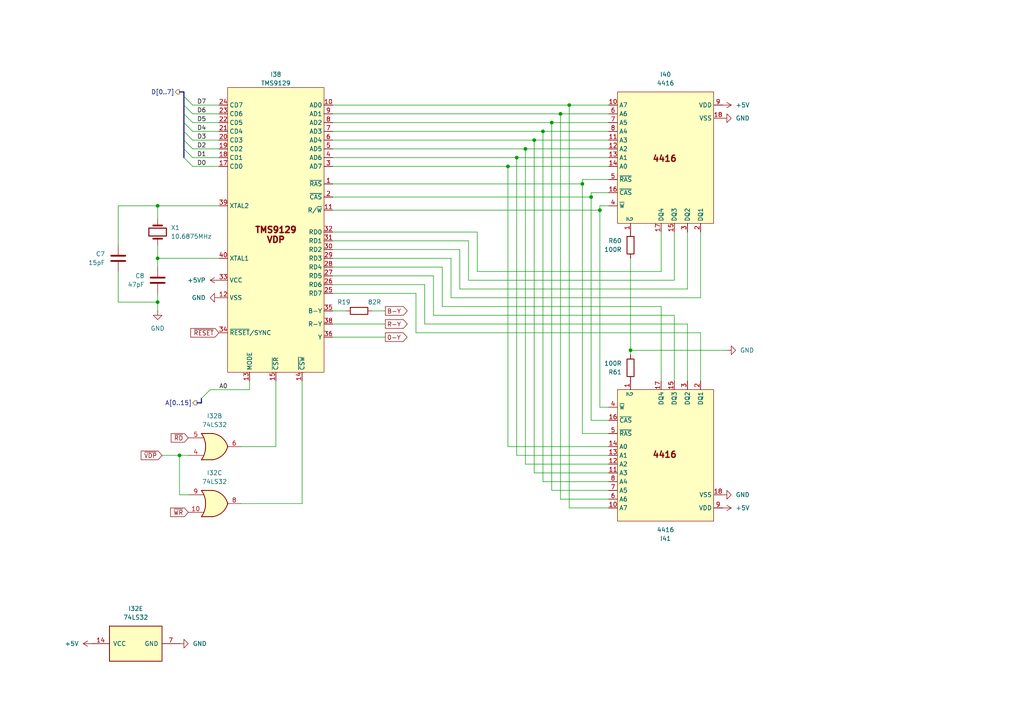
<source format=kicad_sch>
(kicad_sch (version 20250114) (generator "eeschema") (generator_version "9.0")
  (paper "A4")
  (lib_symbols
    (symbol "74xx:74LS32" (pin_names (offset 1.016))
      (property "Reference" "U" (at 0 1.27 0))
      (property "Value" "74LS32" (at 0 -1.27 0))
      (symbol "74LS32_1_1"
        (arc (start -3.81 3.81) (mid -2.589 0) (end -3.81 -3.81) (stroke (width 0.254)))
        (polyline (pts (xy -3.81 3.81) (xy -0.635 3.81)) (stroke (width 0.254)) (fill (type background)))
        (polyline (pts (xy -3.81 -3.81) (xy -0.635 -3.81)) (stroke (width 0.254)) (fill (type background)))
        (arc (start 3.81 0) (mid 2.1855 -2.584) (end -0.6096 -3.81) (stroke (width 0.254)) (fill (type background)))
        (arc (start -0.6096 3.81) (mid 2.1928 2.5924) (end 3.81 0) (stroke (width 0.254)) (fill (type background)))
        (polyline (pts (xy -0.635 3.81) (xy -3.81 3.81) (xy -3.81 3.81) (xy -3.556 3.4036) (xy -3.0226 2.2606) (xy -2.6924 1.0414) (xy -2.6162 -0.254) (xy -2.7686 -1.4986) (xy -3.175 -2.7178) (xy -3.81 -3.81) (xy -3.81 -3.81) (xy -0.635 -3.81)) (stroke (width -25.4)) (fill (type background)))
        (pin input line (at -7.62 2.54 0) (length 4.318) (name "~") (number "1"))
        (pin input line (at -7.62 -2.54 0) (length 4.318) (name "~") (number "2"))
        (pin output line (at 7.62 0 180) (length 3.81) (name "~") (number "3"))
      )
      (symbol "74LS32_1_2"
        (arc (start 0 3.81) (mid 3.7934 0) (end 0 -3.81) (stroke (width 0.254)) (fill (type background)))
        (polyline (pts (xy 0 3.81) (xy -3.81 3.81) (xy -3.81 -3.81) (xy 0 -3.81)) (stroke (width 0.254)) (fill (type background)))
        (pin input inverted (at -7.62 2.54 0) (length 3.81) (name "~") (number "1"))
        (pin input inverted (at -7.62 -2.54 0) (length 3.81) (name "~") (number "2"))
        (pin output inverted (at 7.62 0 180) (length 3.81) (name "~") (number "3"))
      )
      (symbol "74LS32_2_1"
        (arc (start -3.81 3.81) (mid -2.589 0) (end -3.81 -3.81) (stroke (width 0.254)))
        (polyline (pts (xy -3.81 3.81) (xy -0.635 3.81)) (stroke (width 0.254)) (fill (type background)))
        (polyline (pts (xy -3.81 -3.81) (xy -0.635 -3.81)) (stroke (width 0.254)) (fill (type background)))
        (arc (start 3.81 0) (mid 2.1855 -2.584) (end -0.6096 -3.81) (stroke (width 0.254)) (fill (type background)))
        (arc (start -0.6096 3.81) (mid 2.1928 2.5924) (end 3.81 0) (stroke (width 0.254)) (fill (type background)))
        (polyline (pts (xy -0.635 3.81) (xy -3.81 3.81) (xy -3.81 3.81) (xy -3.556 3.4036) (xy -3.0226 2.2606) (xy -2.6924 1.0414) (xy -2.6162 -0.254) (xy -2.7686 -1.4986) (xy -3.175 -2.7178) (xy -3.81 -3.81) (xy -3.81 -3.81) (xy -0.635 -3.81)) (stroke (width -25.4)) (fill (type background)))
        (pin input line (at -7.62 2.54 0) (length 4.318) (name "~") (number "4"))
        (pin input line (at -7.62 -2.54 0) (length 4.318) (name "~") (number "5"))
        (pin output line (at 7.62 0 180) (length 3.81) (name "~") (number "6"))
      )
      (symbol "74LS32_2_2"
        (arc (start 0 3.81) (mid 3.7934 0) (end 0 -3.81) (stroke (width 0.254)) (fill (type background)))
        (polyline (pts (xy 0 3.81) (xy -3.81 3.81) (xy -3.81 -3.81) (xy 0 -3.81)) (stroke (width 0.254)) (fill (type background)))
        (pin input inverted (at -7.62 2.54 0) (length 3.81) (name "~") (number "4"))
        (pin input inverted (at -7.62 -2.54 0) (length 3.81) (name "~") (number "5"))
        (pin output inverted (at 7.62 0 180) (length 3.81) (name "~") (number "6"))
      )
      (symbol "74LS32_3_1"
        (arc (start -3.81 3.81) (mid -2.589 0) (end -3.81 -3.81) (stroke (width 0.254)))
        (polyline (pts (xy -3.81 3.81) (xy -0.635 3.81)) (stroke (width 0.254)) (fill (type background)))
        (polyline (pts (xy -3.81 -3.81) (xy -0.635 -3.81)) (stroke (width 0.254)) (fill (type background)))
        (arc (start 3.81 0) (mid 2.1855 -2.584) (end -0.6096 -3.81) (stroke (width 0.254)) (fill (type background)))
        (arc (start -0.6096 3.81) (mid 2.1928 2.5924) (end 3.81 0) (stroke (width 0.254)) (fill (type background)))
        (polyline (pts (xy -0.635 3.81) (xy -3.81 3.81) (xy -3.81 3.81) (xy -3.556 3.4036) (xy -3.0226 2.2606) (xy -2.6924 1.0414) (xy -2.6162 -0.254) (xy -2.7686 -1.4986) (xy -3.175 -2.7178) (xy -3.81 -3.81) (xy -3.81 -3.81) (xy -0.635 -3.81)) (stroke (width -25.4)) (fill (type background)))
        (pin input line (at -7.62 2.54 0) (length 4.318) (name "~") (number "9"))
        (pin input line (at -7.62 -2.54 0) (length 4.318) (name "~") (number "10"))
        (pin output line (at 7.62 0 180) (length 3.81) (name "~") (number "8"))
      )
      (symbol "74LS32_3_2"
        (arc (start 0 3.81) (mid 3.7934 0) (end 0 -3.81) (stroke (width 0.254)) (fill (type background)))
        (polyline (pts (xy 0 3.81) (xy -3.81 3.81) (xy -3.81 -3.81) (xy 0 -3.81)) (stroke (width 0.254)) (fill (type background)))
        (pin input inverted (at -7.62 2.54 0) (length 3.81) (name "~") (number "9"))
        (pin input inverted (at -7.62 -2.54 0) (length 3.81) (name "~") (number "10"))
        (pin output inverted (at 7.62 0 180) (length 3.81) (name "~") (number "8"))
      )
      (symbol "74LS32_4_1"
        (arc (start -3.81 3.81) (mid -2.589 0) (end -3.81 -3.81) (stroke (width 0.254)))
        (polyline (pts (xy -3.81 3.81) (xy -0.635 3.81)) (stroke (width 0.254)) (fill (type background)))
        (polyline (pts (xy -3.81 -3.81) (xy -0.635 -3.81)) (stroke (width 0.254)) (fill (type background)))
        (arc (start 3.81 0) (mid 2.1855 -2.584) (end -0.6096 -3.81) (stroke (width 0.254)) (fill (type background)))
        (arc (start -0.6096 3.81) (mid 2.1928 2.5924) (end 3.81 0) (stroke (width 0.254)) (fill (type background)))
        (polyline (pts (xy -0.635 3.81) (xy -3.81 3.81) (xy -3.81 3.81) (xy -3.556 3.4036) (xy -3.0226 2.2606) (xy -2.6924 1.0414) (xy -2.6162 -0.254) (xy -2.7686 -1.4986) (xy -3.175 -2.7178) (xy -3.81 -3.81) (xy -3.81 -3.81) (xy -0.635 -3.81)) (stroke (width -25.4)) (fill (type background)))
        (pin input line (at -7.62 2.54 0) (length 4.318) (name "~") (number "12"))
        (pin input line (at -7.62 -2.54 0) (length 4.318) (name "~") (number "13"))
        (pin output line (at 7.62 0 180) (length 3.81) (name "~") (number "11"))
      )
      (symbol "74LS32_4_2"
        (arc (start 0 3.81) (mid 3.7934 0) (end 0 -3.81) (stroke (width 0.254)) (fill (type background)))
        (polyline (pts (xy 0 3.81) (xy -3.81 3.81) (xy -3.81 -3.81) (xy 0 -3.81)) (stroke (width 0.254)) (fill (type background)))
        (pin input inverted (at -7.62 2.54 0) (length 3.81) (name "~") (number "12"))
        (pin input inverted (at -7.62 -2.54 0) (length 3.81) (name "~") (number "13"))
        (pin output inverted (at 7.62 0 180) (length 3.81) (name "~") (number "11"))
      )
      (symbol "74LS32_5_0"
        (pin power_in line (at 0 12.7 270) (length 5.08) (name "VCC") (number "14"))
        (pin power_in line (at 0 -12.7 90) (length 5.08) (name "GND") (number "7"))
      )
      (symbol "74LS32_5_1"
        (rectangle (start -5.08 7.62) (end 5.08 -7.62) (stroke (width 0.254)) (fill (type background)))
      )
    )
    (symbol "Device:C" (pin_numbers (hide yes)) (pin_names (offset 0.254))
      (property "Reference" "C" (at 0.635 2.54 0))
      (property "Value" "C" (at 0.635 -2.54 0))
      (symbol "C_0_1"
        (polyline (pts (xy -2.032 0.762) (xy 2.032 0.762)) (stroke (width 0.508)))
        (polyline (pts (xy -2.032 -0.762) (xy 2.032 -0.762)) (stroke (width 0.508)))
      )
      (symbol "C_1_1"
        (pin passive line (at 0 3.81 270) (length 2.794) (name "~") (number "1"))
        (pin passive line (at 0 -3.81 90) (length 2.794) (name "~") (number "2"))
      )
    )
    (symbol "Device:Crystal" (pin_numbers (hide yes)) (pin_names (offset 1.016) (hide yes))
      (property "Reference" "Y" (at 0 3.81 0))
      (property "Value" "Crystal" (at 0 -3.81 0))
      (symbol "Crystal_0_1"
        (polyline (pts (xy -2.54 0) (xy -1.905 0)))
        (polyline (pts (xy -1.905 -1.27) (xy -1.905 1.27)) (stroke (width 0.508)))
        (rectangle (start -1.143 2.54) (end 1.143 -2.54) (stroke (width 0.3048)))
        (polyline (pts (xy 1.905 -1.27) (xy 1.905 1.27)) (stroke (width 0.508)))
        (polyline (pts (xy 2.54 0) (xy 1.905 0)))
      )
      (symbol "Crystal_1_1"
        (pin passive line (at -3.81 0 0) (length 1.27) (name "1") (number "1"))
        (pin passive line (at 3.81 0 180) (length 1.27) (name "2") (number "2"))
      )
    )
    (symbol "Device:R" (pin_numbers (hide yes)) (pin_names (offset 0))
      (property "Reference" "R" (at 2.032 0 90))
      (property "Value" "R" (at 0 0 90))
      (symbol "R_0_1"
        (rectangle (start -1.016 -2.54) (end 1.016 2.54) (stroke (width 0.254)))
      )
      (symbol "R_1_1"
        (pin passive line (at 0 3.81 270) (length 1.27) (name "~") (number "1"))
        (pin passive line (at 0 -3.81 90) (length 1.27) (name "~") (number "2"))
      )
    )
    (symbol "Einstein:4416"
      (property "Reference" "IO" (at 14.732 -22.098 0))
      (property "Value" "4416" (at 16.002 -24.384 0))
      (symbol "4416_0_0"
        (pin input line (at -16.51 15.24 0) (length 2.54) (name "A7") (number "10"))
        (pin input line (at -16.51 12.7 0) (length 2.54) (name "A6") (number "6"))
        (pin input line (at -16.51 10.16 0) (length 2.54) (name "A5") (number "7"))
        (pin input line (at -16.51 7.62 0) (length 2.54) (name "A4") (number "8"))
        (pin input line (at -16.51 5.08 0) (length 2.54) (name "A3") (number "11"))
        (pin input line (at -16.51 2.54 0) (length 2.54) (name "A2") (number "12"))
        (pin input line (at -16.51 0 0) (length 2.54) (name "A1") (number "13"))
        (pin input line (at -16.51 -2.54 0) (length 2.54) (name "A0") (number "14"))
        (pin input line (at -16.51 -6.35 0) (length 2.54) (name "~{RAS}") (number "5"))
        (pin input line (at -16.51 -10.16 0) (length 2.54) (name "~{CAS}") (number "16"))
        (pin input line (at -16.51 -13.97 0) (length 2.54) (name "~{W}") (number "4"))
        (pin input line (at -10.16 -21.59 90) (length 2.54) (name "~{G}") (number "1"))
        (pin bidirectional line (at -1.27 -21.59 90) (length 2.54) (name "DQ4") (number "17"))
        (pin bidirectional line (at 2.54 -21.59 90) (length 2.54) (name "DQ3") (number "15"))
        (pin bidirectional line (at 6.35 -21.59 90) (length 2.54) (name "DQ2") (number "3"))
        (pin bidirectional line (at 10.16 -21.59 90) (length 2.54) (name "DQ1") (number "2"))
        (pin power_in line (at 16.51 15.24 180) (length 2.54) (name "VDD") (number "9"))
        (pin power_in line (at 16.51 11.43 180) (length 2.54) (name "VSS") (number "18"))
      )
      (symbol "4416_1_1"
        (rectangle (start -13.97 19.05) (end 13.97 -19.05) (fill (type background)))
        (text "4416" (at -0.254 -0.254 0) (effects (font (size 1.778 1.778) (thickness 0.3556) (bold yes))))
      )
    )
    (symbol "Einstein:TMS9129"
      (property "Reference" "IC" (at -161.29 -20.574 0))
      (symbol "TMS9129_0_0"
        (pin power_in line (at -16.51 -19.05 0) (length 2.54) (name "VSS") (number "12"))
        (pin input line (at -16.51 -29.21 0) (length 2.54) (name "~{RESET}/SYNC") (number "34"))
        (pin output line (at 16.51 36.83 180) (length 2.54) (name "AD0") (number "10"))
        (pin output line (at 16.51 34.29 180) (length 2.54) (name "AD1") (number "9"))
        (pin output line (at 16.51 31.75 180) (length 2.54) (name "AD2") (number "8"))
        (pin output line (at 16.51 29.21 180) (length 2.54) (name "AD3") (number "7"))
        (pin output line (at 16.51 26.67 180) (length 2.54) (name "AD4") (number "6"))
        (pin output line (at 16.51 24.13 180) (length 2.54) (name "AD5") (number "5"))
        (pin output line (at 16.51 21.59 180) (length 2.54) (name "AD6") (number "4"))
        (pin output line (at 16.51 19.05 180) (length 2.54) (name "AD7") (number "3"))
        (pin output line (at 16.51 13.97 180) (length 2.54) (name "~{RAS}") (number "1"))
        (pin output line (at 16.51 10.16 180) (length 2.54) (name "~{CAS}") (number "2"))
        (pin output line (at 16.51 6.35 180) (length 2.54) (name "R/~{W}") (number "11"))
      )
      (symbol "TMS9129_1_0"
        (pin bidirectional line (at -16.51 36.83 0) (length 2.54) (name "CD7") (number "24"))
        (pin bidirectional line (at -16.51 34.29 0) (length 2.54) (name "CD6") (number "23"))
        (pin bidirectional line (at -16.51 31.75 0) (length 2.54) (name "CD5") (number "22"))
        (pin bidirectional line (at -16.51 29.21 0) (length 2.54) (name "CD4") (number "21"))
        (pin bidirectional line (at -16.51 26.67 0) (length 2.54) (name "CD3") (number "20"))
        (pin bidirectional line (at -16.51 24.13 0) (length 2.54) (name "CD2") (number "19"))
        (pin bidirectional line (at -16.51 21.59 0) (length 2.54) (name "CD1") (number "18"))
        (pin bidirectional line (at -16.51 19.05 0) (length 2.54) (name "CD0") (number "17"))
        (pin input line (at -16.51 7.62 0) (length 2.54) (name "XTAL2") (number "39"))
        (pin input line (at -16.51 -7.62 0) (length 2.54) (name "XTAL1") (number "40"))
        (pin power_in line (at -16.51 -13.97 0) (length 2.54) (name "VCC") (number "33"))
        (pin no_connect line (at -16.51 -21.59 0) (length 2.54) (hide yes) (name "~{INT}") (number "16"))
        (pin no_connect line (at -16.51 -24.13 0) (length 2.54) (hide yes) (name "GROMCLK") (number "37"))
        (pin input line (at -7.62 -43.18 90) (length 2.54) (name "MODE") (number "13"))
        (pin input line (at 0 -43.18 90) (length 2.54) (name "~{CSR}") (number "15"))
        (pin input line (at 7.62 -43.18 90) (length 2.54) (name "~{CSW}") (number "14"))
        (pin input line (at 16.51 0 180) (length 2.54) (name "RD0") (number "32"))
        (pin input line (at 16.51 -2.54 180) (length 2.54) (name "RD1") (number "31"))
        (pin input line (at 16.51 -5.08 180) (length 2.54) (name "RD2") (number "30"))
        (pin input line (at 16.51 -7.62 180) (length 2.54) (name "RD3") (number "29"))
        (pin input line (at 16.51 -10.16 180) (length 2.54) (name "RD4") (number "28"))
        (pin input line (at 16.51 -12.7 180) (length 2.54) (name "RD5") (number "27"))
        (pin input line (at 16.51 -15.24 180) (length 2.54) (name "RD6") (number "26"))
        (pin input line (at 16.51 -17.78 180) (length 2.54) (name "RD7") (number "25"))
        (pin bidirectional line (at 16.51 -22.86 180) (length 2.54) (name "B-Y") (number "35"))
        (pin output line (at 16.51 -26.67 180) (length 2.54) (name "R-Y") (number "38"))
        (pin output line (at 16.51 -30.48 180) (length 2.54) (name "Y") (number "36"))
      )
      (symbol "TMS9129_1_1"
        (rectangle (start -13.97 41.91) (end 13.97 -40.64) (fill (type background)))
        (text "TMS9129\nVDP" (at 0 -0.762 0) (effects (font (size 1.778 1.778) (thickness 0.4064) (bold yes))))
      )
    )
    (symbol "power:+5V" (power) (pin_numbers (hide yes)) (pin_names (offset 0) (hide yes))
      (property "Value" "+5V" (at 0 3.556 0))
      (symbol "+5V_0_1"
        (polyline (pts (xy -0.762 1.27) (xy 0 2.54)))
        (polyline (pts (xy 0 2.54) (xy 0.762 1.27)))
        (polyline (pts (xy 0 0) (xy 0 2.54)))
      )
      (symbol "+5V_1_1"
        (pin power_in line (at 0 0 90) (length 0) (name "~") (number "1"))
      )
    )
    (symbol "power:+5VP" (power) (pin_numbers (hide yes)) (pin_names (offset 0) (hide yes))
      (property "Value" "+5VP" (at 0 3.556 0))
      (symbol "+5VP_0_1"
        (polyline (pts (xy -0.762 1.27) (xy 0 2.54)))
        (polyline (pts (xy 0 2.54) (xy 0.762 1.27)))
        (polyline (pts (xy 0 0) (xy 0 2.54)))
      )
      (symbol "+5VP_1_1"
        (pin power_in line (at 0 0 90) (length 0) (name "~") (number "1"))
      )
    )
    (symbol "power:GND" (power) (pin_numbers (hide yes)) (pin_names (offset 0) (hide yes))
      (property "Value" "GND" (at 0 -3.81 0))
      (symbol "GND_0_1"
        (polyline (pts (xy 0 0) (xy 0 -1.27) (xy 1.27 -1.27) (xy 0 -2.54) (xy -1.27 -1.27) (xy 0 -1.27)))
      )
      (symbol "GND_1_1"
        (pin power_in line (at 0 0 270) (length 0) (name "~") (number "1"))
      )
    )
  )
  (junction (at 160.02 35.56))
  (junction (at 157.48 38.1))
  (junction (at 149.86 45.72))
  (junction (at 45.72 74.93))
  (junction (at 171.45 57.15))
  (junction (at 45.72 87.63))
  (junction (at 173.99 60.96))
  (junction (at 147.32 48.26))
  (junction (at 182.88 101.6))
  (junction (at 154.94 40.64))
  (junction (at 162.56 33.02))
  (junction (at 165.1 30.48))
  (junction (at 45.72 59.69))
  (junction (at 168.91 53.34))
  (junction (at 152.4 43.18))
  (junction (at 52.07 132.08))
  (bus_entry (at 55.88 43.18) (size -2.54 -2.54))
  (bus_entry (at 55.88 30.48) (size -2.54 -2.54))
  (bus_entry (at 60.96 113.03) (size -2.54 2.54))
  (bus_entry (at 55.88 35.56) (size -2.54 -2.54))
  (bus_entry (at 55.88 40.64) (size -2.54 -2.54))
  (bus_entry (at 55.88 48.26) (size -2.54 -2.54))
  (bus_entry (at 55.88 45.72) (size -2.54 -2.54))
  (bus_entry (at 55.88 33.02) (size -2.54 -2.54))
  (bus_entry (at 55.88 38.1) (size -2.54 -2.54))
  (wire (pts (xy 96.52 57.15) (xy 171.45 57.15)))
  (wire (pts (xy 52.07 132.08) (xy 54.61 132.08)))
  (wire (pts (xy 162.56 144.78) (xy 162.56 33.02)))
  (bus (pts (xy 53.34 33.02) (xy 53.34 35.56)))
  (wire (pts (xy 160.02 142.24) (xy 160.02 35.56)))
  (wire (pts (xy 195.58 81.28) (xy 195.58 67.31)))
  (wire (pts (xy 171.45 55.88) (xy 176.53 55.88)))
  (wire (pts (xy 120.65 85.09) (xy 120.65 96.52)))
  (wire (pts (xy 63.5 40.64) (xy 55.88 40.64)))
  (wire (pts (xy 96.52 82.55) (xy 123.19 82.55)))
  (wire (pts (xy 72.39 113.03) (xy 72.39 110.49)))
  (wire (pts (xy 34.29 71.12) (xy 34.29 59.69)))
  (wire (pts (xy 162.56 33.02) (xy 96.52 33.02)))
  (wire (pts (xy 182.88 74.93) (xy 182.88 101.6)))
  (wire (pts (xy 199.39 83.82) (xy 199.39 67.31)))
  (bus (pts (xy 53.34 40.64) (xy 53.34 43.18)))
  (wire (pts (xy 125.73 80.01) (xy 125.73 91.44)))
  (bus (pts (xy 53.34 43.18) (xy 53.34 45.72)))
  (wire (pts (xy 157.48 38.1) (xy 96.52 38.1)))
  (wire (pts (xy 63.5 48.26) (xy 55.88 48.26)))
  (wire (pts (xy 96.52 85.09) (xy 120.65 85.09)))
  (wire (pts (xy 125.73 91.44) (xy 195.58 91.44)))
  (wire (pts (xy 128.27 88.9) (xy 191.77 88.9)))
  (wire (pts (xy 176.53 132.08) (xy 149.86 132.08)))
  (wire (pts (xy 63.5 45.72) (xy 55.88 45.72)))
  (bus (pts (xy 57.15 116.84) (xy 58.42 116.84)))
  (wire (pts (xy 152.4 134.62) (xy 152.4 43.18)))
  (wire (pts (xy 133.35 72.39) (xy 133.35 83.82)))
  (wire (pts (xy 130.81 74.93) (xy 130.81 86.36)))
  (wire (pts (xy 154.94 40.64) (xy 96.52 40.64)))
  (wire (pts (xy 63.5 38.1) (xy 55.88 38.1)))
  (wire (pts (xy 96.52 69.85) (xy 135.89 69.85)))
  (wire (pts (xy 45.72 63.5) (xy 45.72 59.69)))
  (wire (pts (xy 176.53 121.92) (xy 171.45 121.92)))
  (wire (pts (xy 138.43 78.74) (xy 191.77 78.74)))
  (bus (pts (xy 52.07 26.67) (xy 53.34 26.67)))
  (wire (pts (xy 168.91 53.34) (xy 168.91 52.07)))
  (wire (pts (xy 182.88 101.6) (xy 210.82 101.6)))
  (wire (pts (xy 149.86 132.08) (xy 149.86 45.72)))
  (wire (pts (xy 191.77 88.9) (xy 191.77 110.49)))
  (wire (pts (xy 100.33 90.17) (xy 96.52 90.17)))
  (wire (pts (xy 60.96 113.03) (xy 72.39 113.03)))
  (wire (pts (xy 176.53 125.73) (xy 168.91 125.73)))
  (wire (pts (xy 176.53 147.32) (xy 165.1 147.32)))
  (wire (pts (xy 138.43 67.31) (xy 138.43 78.74)))
  (wire (pts (xy 149.86 45.72) (xy 96.52 45.72)))
  (wire (pts (xy 176.53 144.78) (xy 162.56 144.78)))
  (wire (pts (xy 199.39 93.98) (xy 199.39 110.49)))
  (wire (pts (xy 203.2 96.52) (xy 203.2 110.49)))
  (wire (pts (xy 96.52 74.93) (xy 130.81 74.93)))
  (wire (pts (xy 176.53 30.48) (xy 165.1 30.48)))
  (wire (pts (xy 96.52 67.31) (xy 138.43 67.31)))
  (wire (pts (xy 63.5 30.48) (xy 55.88 30.48)))
  (wire (pts (xy 168.91 125.73) (xy 168.91 53.34)))
  (wire (pts (xy 176.53 118.11) (xy 173.99 118.11)))
  (wire (pts (xy 96.52 72.39) (xy 133.35 72.39)))
  (wire (pts (xy 80.01 129.54) (xy 80.01 110.49)))
  (wire (pts (xy 120.65 96.52) (xy 203.2 96.52)))
  (wire (pts (xy 154.94 137.16) (xy 154.94 40.64)))
  (wire (pts (xy 176.53 129.54) (xy 147.32 129.54)))
  (wire (pts (xy 176.53 40.64) (xy 154.94 40.64)))
  (wire (pts (xy 45.72 74.93) (xy 45.72 77.47)))
  (wire (pts (xy 34.29 59.69) (xy 45.72 59.69)))
  (wire (pts (xy 63.5 35.56) (xy 55.88 35.56)))
  (wire (pts (xy 123.19 82.55) (xy 123.19 93.98)))
  (wire (pts (xy 45.72 74.93) (xy 63.5 74.93)))
  (wire (pts (xy 130.81 86.36) (xy 203.2 86.36)))
  (wire (pts (xy 45.72 59.69) (xy 63.5 59.69)))
  (wire (pts (xy 160.02 35.56) (xy 96.52 35.56)))
  (wire (pts (xy 176.53 134.62) (xy 152.4 134.62)))
  (bus (pts (xy 53.34 26.67) (xy 53.34 27.94)))
  (wire (pts (xy 69.85 129.54) (xy 80.01 129.54)))
  (wire (pts (xy 96.52 77.47) (xy 128.27 77.47)))
  (wire (pts (xy 147.32 48.26) (xy 96.52 48.26)))
  (wire (pts (xy 63.5 33.02) (xy 55.88 33.02)))
  (wire (pts (xy 54.61 143.51) (xy 52.07 143.51)))
  (wire (pts (xy 176.53 33.02) (xy 162.56 33.02)))
  (wire (pts (xy 176.53 43.18) (xy 152.4 43.18)))
  (bus (pts (xy 53.34 38.1) (xy 53.34 40.64)))
  (wire (pts (xy 171.45 57.15) (xy 171.45 55.88)))
  (wire (pts (xy 176.53 139.7) (xy 157.48 139.7)))
  (wire (pts (xy 111.76 97.79) (xy 96.52 97.79)))
  (wire (pts (xy 165.1 30.48) (xy 96.52 30.48)))
  (wire (pts (xy 176.53 137.16) (xy 154.94 137.16)))
  (bus (pts (xy 53.34 30.48) (xy 53.34 33.02)))
  (wire (pts (xy 111.76 93.98) (xy 96.52 93.98)))
  (wire (pts (xy 96.52 80.01) (xy 125.73 80.01)))
  (wire (pts (xy 52.07 143.51) (xy 52.07 132.08)))
  (wire (pts (xy 176.53 48.26) (xy 147.32 48.26)))
  (wire (pts (xy 123.19 93.98) (xy 199.39 93.98)))
  (wire (pts (xy 176.53 45.72) (xy 149.86 45.72)))
  (wire (pts (xy 34.29 78.74) (xy 34.29 87.63)))
  (bus (pts (xy 58.42 116.84) (xy 58.42 115.57)))
  (wire (pts (xy 191.77 78.74) (xy 191.77 67.31)))
  (wire (pts (xy 63.5 43.18) (xy 55.88 43.18)))
  (wire (pts (xy 168.91 52.07) (xy 176.53 52.07)))
  (wire (pts (xy 34.29 87.63) (xy 45.72 87.63)))
  (wire (pts (xy 69.85 146.05) (xy 87.63 146.05)))
  (wire (pts (xy 135.89 81.28) (xy 195.58 81.28)))
  (wire (pts (xy 176.53 142.24) (xy 160.02 142.24)))
  (wire (pts (xy 182.88 101.6) (xy 182.88 102.87)))
  (wire (pts (xy 147.32 129.54) (xy 147.32 48.26)))
  (wire (pts (xy 173.99 59.69) (xy 176.53 59.69)))
  (wire (pts (xy 46.99 132.08) (xy 52.07 132.08)))
  (wire (pts (xy 173.99 118.11) (xy 173.99 60.96)))
  (wire (pts (xy 111.76 90.17) (xy 107.95 90.17)))
  (wire (pts (xy 133.35 83.82) (xy 199.39 83.82)))
  (wire (pts (xy 128.27 77.47) (xy 128.27 88.9)))
  (wire (pts (xy 152.4 43.18) (xy 96.52 43.18)))
  (bus (pts (xy 53.34 35.56) (xy 53.34 38.1)))
  (wire (pts (xy 96.52 60.96) (xy 173.99 60.96)))
  (wire (pts (xy 203.2 86.36) (xy 203.2 67.31)))
  (bus (pts (xy 53.34 27.94) (xy 53.34 30.48)))
  (wire (pts (xy 45.72 85.09) (xy 45.72 87.63)))
  (wire (pts (xy 176.53 38.1) (xy 157.48 38.1)))
  (wire (pts (xy 173.99 60.96) (xy 173.99 59.69)))
  (wire (pts (xy 45.72 71.12) (xy 45.72 74.93)))
  (wire (pts (xy 176.53 35.56) (xy 160.02 35.56)))
  (wire (pts (xy 165.1 147.32) (xy 165.1 30.48)))
  (wire (pts (xy 195.58 91.44) (xy 195.58 110.49)))
  (wire (pts (xy 157.48 139.7) (xy 157.48 38.1)))
  (wire (pts (xy 135.89 69.85) (xy 135.89 81.28)))
  (wire (pts (xy 45.72 87.63) (xy 45.72 90.17)))
  (wire (pts (xy 96.52 53.34) (xy 168.91 53.34)))
  (wire (pts (xy 171.45 121.92) (xy 171.45 57.15)))
  (wire (pts (xy 87.63 146.05) (xy 87.63 110.49)))
  (label "A0" (at 66.04 113.03 180))
  (label "D3" (at 57.15 40.64 0))
  (label "D7" (at 57.15 30.48 0))
  (label "D1" (at 57.15 45.72 0))
  (label "D6" (at 57.15 33.02 0))
  (label "D2" (at 57.15 43.18 0))
  (label "D4" (at 57.15 38.1 0))
  (label "D5" (at 57.15 35.56 0))
  (label "D0" (at 57.15 48.26 0))
  (global_label "~{WR}" (shape input) (at 54.61 148.59 180) (property "Intersheetrefs" "${INTERSHEET_REFS}" (effects (hide yes))))
  (global_label "~{RESET}" (shape input) (at 63.5 96.52 180) (property "Intersheetrefs" "${INTERSHEET_REFS}" (effects (hide yes))))
  (global_label "0-Y" (shape output) (at 111.76 97.79 0) (property "Intersheetrefs" "${INTERSHEET_REFS}" (effects (hide yes))))
  (global_label "~{VDP}" (shape input) (at 46.99 132.08 180) (property "Intersheetrefs" "${INTERSHEET_REFS}" (effects (hide yes))))
  (global_label "~{RD}" (shape input) (at 54.61 127 180) (property "Intersheetrefs" "${INTERSHEET_REFS}" (effects (hide yes))))
  (global_label "R-Y" (shape output) (at 111.76 93.98 0) (property "Intersheetrefs" "${INTERSHEET_REFS}" (effects (hide yes))))
  (global_label "B-Y" (shape output) (at 111.76 90.17 0) (property "Intersheetrefs" "${INTERSHEET_REFS}" (effects (hide yes))))
  (hierarchical_label "A[0..15]" (shape output) (at 57.15 116.84 180))
  (hierarchical_label "D[0..7]" (shape output) (at 52.07 26.67 180))
  (symbol (lib_id "power:GND") (at 45.72 90.17 0) (unit 1)
    (property "Reference" "#PWR093" (effects (hide yes)))
    (property "Value" "GND" (at 45.72 95.25 0))
    (property "Description" "Power symbol creates a global label with name \"GND\" , ground" (effects (hide yes)))
  )
  (symbol (lib_id "Device:C") (at 45.72 81.28 0) (unit 1)
    (property "Reference" "C8" (at 41.91 80.0099 0) (effects (justify right)))
    (property "Value" "47pF" (at 41.91 82.5499 0) (effects (justify right)))
    (property "Footprint" "Einstein:C_Disc_12.7mm" (effects (hide yes)))
    (property "Description" "Unpolarized capacitor" (effects (hide yes)))
  )
  (symbol (lib_id "power:+5VP") (at 63.5 81.28 90) (unit 1)
    (property "Reference" "#PWR0253" (effects (hide yes)))
    (property "Value" "+5VP" (at 59.69 81.2799 90) (effects (justify left)))
    (property "Description" "Power symbol creates a global label with name \"+5VP\"" (effects (hide yes)))
  )
  (symbol (lib_id "power:GND") (at 209.55 143.51 90) (mirror x) (unit 1)
    (property "Reference" "#PWR097" (effects (hide yes)))
    (property "Value" "GND" (at 213.36 143.5101 90) (effects (justify right)))
    (property "Description" "Power symbol creates a global label with name \"GND\" , ground" (effects (hide yes)))
  )
  (symbol (lib_id "74xx:74LS32") (at 39.37 186.69 90) (unit 5)
    (property "Reference" "I32" (at 39.37 176.53 90))
    (property "Value" "74LS32" (at 39.37 179.07 90))
    (property "Footprint" "Einstein:DIP-14_W7.62mm" (effects (hide yes)))
    (property "Datasheet" "http://www.ti.com/lit/gpn/sn74LS32" (effects (hide yes)))
    (property "Description" "Quad 2-input OR" (effects (hide yes)))
  )
  (symbol (lib_id "Device:R") (at 182.88 106.68 180) (unit 1)
    (property "Reference" "R61" (at 180.34 107.9501 0) (effects (justify left)))
    (property "Value" "100R" (at 180.34 105.4101 0) (effects (justify left)))
    (property "Footprint" "Einstein:Resistor 12.70mm" (effects (hide yes)))
    (property "Description" "Resistor" (effects (hide yes)))
  )
  (symbol (lib_id "power:+5V") (at 26.67 186.69 90) (unit 1)
    (property "Reference" "#PWR099" (effects (hide yes)))
    (property "Value" "+5V" (at 22.86 186.6899 90) (effects (justify left)))
    (property "Description" "Power symbol creates a global label with name \"+5V\"" (effects (hide yes)))
  )
  (symbol (lib_id "74xx:74LS32") (at 62.23 129.54 0) (mirror x) (unit 2)
    (property "Reference" "I32" (at 62.23 120.65 0))
    (property "Value" "74LS32" (at 62.23 123.19 0))
    (property "Footprint" "Einstein:DIP-14_W7.62mm" (effects (hide yes)))
    (property "Datasheet" "http://www.ti.com/lit/gpn/sn74LS32" (effects (hide yes)))
    (property "Description" "Quad 2-input OR" (effects (hide yes)))
  )
  (symbol (lib_id "power:GND") (at 63.5 86.36 270) (unit 1)
    (property "Reference" "#PWR092" (effects (hide yes)))
    (property "Value" "GND" (at 59.69 86.3599 90) (effects (justify right)))
    (property "Description" "Power symbol creates a global label with name \"GND\" , ground" (effects (hide yes)))
  )
  (symbol (lib_id "74xx:74LS32") (at 62.23 146.05 0) (unit 3)
    (property "Reference" "I32" (at 62.23 137.16 0))
    (property "Value" "74LS32" (at 62.23 139.7 0))
    (property "Footprint" "Einstein:DIP-14_W7.62mm" (effects (hide yes)))
    (property "Datasheet" "http://www.ti.com/lit/gpn/sn74LS32" (effects (hide yes)))
    (property "Description" "Quad 2-input OR" (effects (hide yes)))
  )
  (symbol (lib_id "power:GND") (at 210.82 101.6 90) (unit 1)
    (property "Reference" "#PWR098" (effects (hide yes)))
    (property "Value" "GND" (at 214.63 101.5999 90) (effects (justify right)))
    (property "Description" "Power symbol creates a global label with name \"GND\" , ground" (effects (hide yes)))
  )
  (symbol (lib_id "Einstein:4416") (at 193.04 45.72 0) (unit 1)
    (property "Reference" "I40" (at 193.04 21.59 0))
    (property "Value" "4416" (at 193.04 24.13 0))
    (property "Footprint" "Einstein:DIP-18_W7.62mm" (effects (hide yes)))
  )
  (symbol (lib_id "power:+5V") (at 209.55 147.32 270) (mirror x) (unit 1)
    (property "Reference" "#PWR096" (effects (hide yes)))
    (property "Value" "+5V" (at 213.36 147.3201 90) (effects (justify left)))
    (property "Description" "Power symbol creates a global label with name \"+5V\"" (effects (hide yes)))
  )
  (symbol (lib_id "Device:R") (at 104.14 90.17 270) (mirror x) (unit 1)
    (property "Reference" "R19" (at 97.79 87.63 90) (effects (justify left)))
    (property "Value" "82R" (at 106.68 87.63 90) (effects (justify left)))
    (property "Footprint" "Einstein:Resistor 12.70mm" (effects (hide yes)))
    (property "Description" "Resistor" (effects (hide yes)))
  )
  (symbol (lib_id "power:GND") (at 52.07 186.69 90) (unit 1)
    (property "Reference" "#PWR0100" (effects (hide yes)))
    (property "Value" "GND" (at 55.88 186.6899 90) (effects (justify right)))
    (property "Description" "Power symbol creates a global label with name \"GND\" , ground" (effects (hide yes)))
  )
  (symbol (lib_id "Einstein:4416") (at 193.04 132.08 0) (mirror x) (unit 1)
    (property "Reference" "I41" (at 193.04 156.21 0))
    (property "Value" "4416" (at 193.04 153.67 0))
    (property "Footprint" "Einstein:DIP-18_W7.62mm" (effects (hide yes)))
  )
  (symbol (lib_id "power:GND") (at 209.55 34.29 90) (unit 1)
    (property "Reference" "#PWR095" (effects (hide yes)))
    (property "Value" "GND" (at 213.36 34.2899 90) (effects (justify right)))
    (property "Description" "Power symbol creates a global label with name \"GND\" , ground" (effects (hide yes)))
  )
  (symbol (lib_id "Device:C") (at 34.29 74.93 0) (unit 1)
    (property "Reference" "C7" (at 30.48 73.6599 0) (effects (justify right)))
    (property "Value" "15pF" (at 30.48 76.1999 0) (effects (justify right)))
    (property "Footprint" "Einstein:C_Disc_12.7mm" (effects (hide yes)))
    (property "Description" "Unpolarized capacitor" (effects (hide yes)))
  )
  (symbol (lib_id "power:+5V") (at 209.55 30.48 270) (unit 1)
    (property "Reference" "#PWR094" (effects (hide yes)))
    (property "Value" "+5V" (at 213.36 30.4799 90) (effects (justify left)))
    (property "Description" "Power symbol creates a global label with name \"+5V\"" (effects (hide yes)))
  )
  (symbol (lib_id "Device:R") (at 182.88 71.12 0) (mirror y) (unit 1)
    (property "Reference" "R60" (at 180.34 69.8499 0) (effects (justify left)))
    (property "Value" "100R" (at 180.34 72.3899 0) (effects (justify left)))
    (property "Footprint" "Einstein:Resistor 12.70mm" (effects (hide yes)))
    (property "Description" "Resistor" (effects (hide yes)))
  )
  (symbol (lib_id "Einstein:TMS9129") (at 80.01 67.31 0) (unit 1)
    (property "Reference" "I38" (at 80.01 21.59 0))
    (property "Value" "TMS9129" (at 80.01 24.13 0))
    (property "Footprint" "Einstein:DIP-40_W15.24mm" (effects (hide yes)))
  )
  (symbol (lib_id "Device:Crystal") (at 45.72 67.31 90) (unit 1)
    (property "Reference" "X1" (at 49.53 66.0399 90) (effects (justify right)))
    (property "Value" "10.6875MHz" (at 49.53 68.5799 90) (effects (justify right)))
    (property "Footprint" "Einstein:Crystal" (effects (hide yes)))
    (property "Description" "Two pin crystal" (effects (hide yes)))
  )
)
</source>
